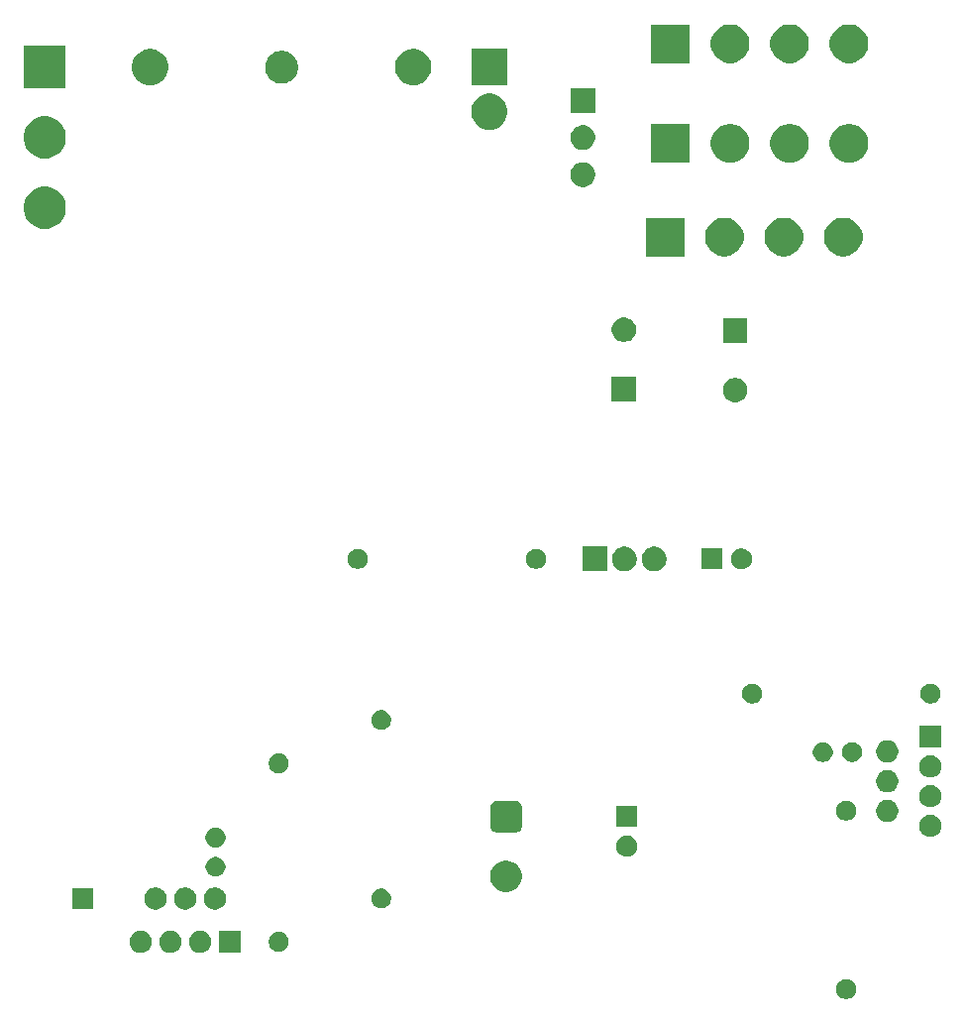
<source format=gbr>
G04 #@! TF.GenerationSoftware,KiCad,Pcbnew,(5.1.5)-3*
G04 #@! TF.CreationDate,2020-11-09T22:39:24-05:00*
G04 #@! TF.ProjectId,BridgeRectifier,42726964-6765-4526-9563-746966696572,rev?*
G04 #@! TF.SameCoordinates,Original*
G04 #@! TF.FileFunction,Soldermask,Bot*
G04 #@! TF.FilePolarity,Negative*
%FSLAX46Y46*%
G04 Gerber Fmt 4.6, Leading zero omitted, Abs format (unit mm)*
G04 Created by KiCad (PCBNEW (5.1.5)-3) date 2020-11-09 22:39:24*
%MOMM*%
%LPD*%
G04 APERTURE LIST*
%ADD10C,0.100000*%
G04 APERTURE END LIST*
D10*
G36*
X160748228Y-136921703D02*
G01*
X160903100Y-136985853D01*
X161042481Y-137078985D01*
X161161015Y-137197519D01*
X161254147Y-137336900D01*
X161318297Y-137491772D01*
X161351000Y-137656184D01*
X161351000Y-137823816D01*
X161318297Y-137988228D01*
X161254147Y-138143100D01*
X161161015Y-138282481D01*
X161042481Y-138401015D01*
X160903100Y-138494147D01*
X160748228Y-138558297D01*
X160583816Y-138591000D01*
X160416184Y-138591000D01*
X160251772Y-138558297D01*
X160096900Y-138494147D01*
X159957519Y-138401015D01*
X159838985Y-138282481D01*
X159745853Y-138143100D01*
X159681703Y-137988228D01*
X159649000Y-137823816D01*
X159649000Y-137656184D01*
X159681703Y-137491772D01*
X159745853Y-137336900D01*
X159838985Y-137197519D01*
X159957519Y-137078985D01*
X160096900Y-136985853D01*
X160251772Y-136921703D01*
X160416184Y-136889000D01*
X160583816Y-136889000D01*
X160748228Y-136921703D01*
G37*
G36*
X108761000Y-134651000D02*
G01*
X106859000Y-134651000D01*
X106859000Y-132749000D01*
X108761000Y-132749000D01*
X108761000Y-134651000D01*
G37*
G36*
X105547395Y-132785546D02*
G01*
X105720466Y-132857234D01*
X105720467Y-132857235D01*
X105876227Y-132961310D01*
X106008690Y-133093773D01*
X106051284Y-133157520D01*
X106112766Y-133249534D01*
X106184454Y-133422605D01*
X106221000Y-133606333D01*
X106221000Y-133793667D01*
X106184454Y-133977395D01*
X106112766Y-134150466D01*
X106112765Y-134150467D01*
X106008690Y-134306227D01*
X105876227Y-134438690D01*
X105853092Y-134454148D01*
X105720466Y-134542766D01*
X105547395Y-134614454D01*
X105363667Y-134651000D01*
X105176333Y-134651000D01*
X104992605Y-134614454D01*
X104819534Y-134542766D01*
X104686908Y-134454148D01*
X104663773Y-134438690D01*
X104531310Y-134306227D01*
X104427235Y-134150467D01*
X104427234Y-134150466D01*
X104355546Y-133977395D01*
X104319000Y-133793667D01*
X104319000Y-133606333D01*
X104355546Y-133422605D01*
X104427234Y-133249534D01*
X104488716Y-133157520D01*
X104531310Y-133093773D01*
X104663773Y-132961310D01*
X104819533Y-132857235D01*
X104819534Y-132857234D01*
X104992605Y-132785546D01*
X105176333Y-132749000D01*
X105363667Y-132749000D01*
X105547395Y-132785546D01*
G37*
G36*
X100467395Y-132785546D02*
G01*
X100640466Y-132857234D01*
X100640467Y-132857235D01*
X100796227Y-132961310D01*
X100928690Y-133093773D01*
X100971284Y-133157520D01*
X101032766Y-133249534D01*
X101104454Y-133422605D01*
X101141000Y-133606333D01*
X101141000Y-133793667D01*
X101104454Y-133977395D01*
X101032766Y-134150466D01*
X101032765Y-134150467D01*
X100928690Y-134306227D01*
X100796227Y-134438690D01*
X100773092Y-134454148D01*
X100640466Y-134542766D01*
X100467395Y-134614454D01*
X100283667Y-134651000D01*
X100096333Y-134651000D01*
X99912605Y-134614454D01*
X99739534Y-134542766D01*
X99606908Y-134454148D01*
X99583773Y-134438690D01*
X99451310Y-134306227D01*
X99347235Y-134150467D01*
X99347234Y-134150466D01*
X99275546Y-133977395D01*
X99239000Y-133793667D01*
X99239000Y-133606333D01*
X99275546Y-133422605D01*
X99347234Y-133249534D01*
X99408716Y-133157520D01*
X99451310Y-133093773D01*
X99583773Y-132961310D01*
X99739533Y-132857235D01*
X99739534Y-132857234D01*
X99912605Y-132785546D01*
X100096333Y-132749000D01*
X100283667Y-132749000D01*
X100467395Y-132785546D01*
G37*
G36*
X103007395Y-132785546D02*
G01*
X103180466Y-132857234D01*
X103180467Y-132857235D01*
X103336227Y-132961310D01*
X103468690Y-133093773D01*
X103511284Y-133157520D01*
X103572766Y-133249534D01*
X103644454Y-133422605D01*
X103681000Y-133606333D01*
X103681000Y-133793667D01*
X103644454Y-133977395D01*
X103572766Y-134150466D01*
X103572765Y-134150467D01*
X103468690Y-134306227D01*
X103336227Y-134438690D01*
X103313092Y-134454148D01*
X103180466Y-134542766D01*
X103007395Y-134614454D01*
X102823667Y-134651000D01*
X102636333Y-134651000D01*
X102452605Y-134614454D01*
X102279534Y-134542766D01*
X102146908Y-134454148D01*
X102123773Y-134438690D01*
X101991310Y-134306227D01*
X101887235Y-134150467D01*
X101887234Y-134150466D01*
X101815546Y-133977395D01*
X101779000Y-133793667D01*
X101779000Y-133606333D01*
X101815546Y-133422605D01*
X101887234Y-133249534D01*
X101948716Y-133157520D01*
X101991310Y-133093773D01*
X102123773Y-132961310D01*
X102279533Y-132857235D01*
X102279534Y-132857234D01*
X102452605Y-132785546D01*
X102636333Y-132749000D01*
X102823667Y-132749000D01*
X103007395Y-132785546D01*
G37*
G36*
X112248228Y-132881703D02*
G01*
X112403100Y-132945853D01*
X112542481Y-133038985D01*
X112661015Y-133157519D01*
X112754147Y-133296900D01*
X112818297Y-133451772D01*
X112851000Y-133616184D01*
X112851000Y-133783816D01*
X112818297Y-133948228D01*
X112754147Y-134103100D01*
X112661015Y-134242481D01*
X112542481Y-134361015D01*
X112403100Y-134454147D01*
X112248228Y-134518297D01*
X112083816Y-134551000D01*
X111916184Y-134551000D01*
X111751772Y-134518297D01*
X111596900Y-134454147D01*
X111457519Y-134361015D01*
X111338985Y-134242481D01*
X111245853Y-134103100D01*
X111181703Y-133948228D01*
X111149000Y-133783816D01*
X111149000Y-133616184D01*
X111181703Y-133451772D01*
X111245853Y-133296900D01*
X111338985Y-133157519D01*
X111457519Y-133038985D01*
X111596900Y-132945853D01*
X111751772Y-132881703D01*
X111916184Y-132849000D01*
X112083816Y-132849000D01*
X112248228Y-132881703D01*
G37*
G36*
X101737395Y-129085546D02*
G01*
X101910466Y-129157234D01*
X101910467Y-129157235D01*
X102066227Y-129261310D01*
X102198690Y-129393773D01*
X102241284Y-129457520D01*
X102302766Y-129549534D01*
X102374454Y-129722605D01*
X102411000Y-129906333D01*
X102411000Y-130093667D01*
X102374454Y-130277395D01*
X102302766Y-130450466D01*
X102302765Y-130450467D01*
X102198690Y-130606227D01*
X102066227Y-130738690D01*
X102043092Y-130754148D01*
X101910466Y-130842766D01*
X101737395Y-130914454D01*
X101553667Y-130951000D01*
X101366333Y-130951000D01*
X101182605Y-130914454D01*
X101009534Y-130842766D01*
X100876908Y-130754148D01*
X100853773Y-130738690D01*
X100721310Y-130606227D01*
X100617235Y-130450467D01*
X100617234Y-130450466D01*
X100545546Y-130277395D01*
X100509000Y-130093667D01*
X100509000Y-129906333D01*
X100545546Y-129722605D01*
X100617234Y-129549534D01*
X100678716Y-129457520D01*
X100721310Y-129393773D01*
X100853773Y-129261310D01*
X101009533Y-129157235D01*
X101009534Y-129157234D01*
X101182605Y-129085546D01*
X101366333Y-129049000D01*
X101553667Y-129049000D01*
X101737395Y-129085546D01*
G37*
G36*
X104277395Y-129085546D02*
G01*
X104450466Y-129157234D01*
X104450467Y-129157235D01*
X104606227Y-129261310D01*
X104738690Y-129393773D01*
X104781284Y-129457520D01*
X104842766Y-129549534D01*
X104914454Y-129722605D01*
X104951000Y-129906333D01*
X104951000Y-130093667D01*
X104914454Y-130277395D01*
X104842766Y-130450466D01*
X104842765Y-130450467D01*
X104738690Y-130606227D01*
X104606227Y-130738690D01*
X104583092Y-130754148D01*
X104450466Y-130842766D01*
X104277395Y-130914454D01*
X104093667Y-130951000D01*
X103906333Y-130951000D01*
X103722605Y-130914454D01*
X103549534Y-130842766D01*
X103416908Y-130754148D01*
X103393773Y-130738690D01*
X103261310Y-130606227D01*
X103157235Y-130450467D01*
X103157234Y-130450466D01*
X103085546Y-130277395D01*
X103049000Y-130093667D01*
X103049000Y-129906333D01*
X103085546Y-129722605D01*
X103157234Y-129549534D01*
X103218716Y-129457520D01*
X103261310Y-129393773D01*
X103393773Y-129261310D01*
X103549533Y-129157235D01*
X103549534Y-129157234D01*
X103722605Y-129085546D01*
X103906333Y-129049000D01*
X104093667Y-129049000D01*
X104277395Y-129085546D01*
G37*
G36*
X106817395Y-129085546D02*
G01*
X106990466Y-129157234D01*
X106990467Y-129157235D01*
X107146227Y-129261310D01*
X107278690Y-129393773D01*
X107321284Y-129457520D01*
X107382766Y-129549534D01*
X107454454Y-129722605D01*
X107491000Y-129906333D01*
X107491000Y-130093667D01*
X107454454Y-130277395D01*
X107382766Y-130450466D01*
X107382765Y-130450467D01*
X107278690Y-130606227D01*
X107146227Y-130738690D01*
X107123092Y-130754148D01*
X106990466Y-130842766D01*
X106817395Y-130914454D01*
X106633667Y-130951000D01*
X106446333Y-130951000D01*
X106262605Y-130914454D01*
X106089534Y-130842766D01*
X105956908Y-130754148D01*
X105933773Y-130738690D01*
X105801310Y-130606227D01*
X105697235Y-130450467D01*
X105697234Y-130450466D01*
X105625546Y-130277395D01*
X105589000Y-130093667D01*
X105589000Y-129906333D01*
X105625546Y-129722605D01*
X105697234Y-129549534D01*
X105758716Y-129457520D01*
X105801310Y-129393773D01*
X105933773Y-129261310D01*
X106089533Y-129157235D01*
X106089534Y-129157234D01*
X106262605Y-129085546D01*
X106446333Y-129049000D01*
X106633667Y-129049000D01*
X106817395Y-129085546D01*
G37*
G36*
X96151000Y-130901000D02*
G01*
X94349000Y-130901000D01*
X94349000Y-129099000D01*
X96151000Y-129099000D01*
X96151000Y-130901000D01*
G37*
G36*
X120998228Y-129181703D02*
G01*
X121153100Y-129245853D01*
X121292481Y-129338985D01*
X121411015Y-129457519D01*
X121504147Y-129596900D01*
X121568297Y-129751772D01*
X121601000Y-129916184D01*
X121601000Y-130083816D01*
X121568297Y-130248228D01*
X121504147Y-130403100D01*
X121411015Y-130542481D01*
X121292481Y-130661015D01*
X121153100Y-130754147D01*
X120998228Y-130818297D01*
X120833816Y-130851000D01*
X120666184Y-130851000D01*
X120501772Y-130818297D01*
X120346900Y-130754147D01*
X120207519Y-130661015D01*
X120088985Y-130542481D01*
X119995853Y-130403100D01*
X119931703Y-130248228D01*
X119899000Y-130083816D01*
X119899000Y-129916184D01*
X119931703Y-129751772D01*
X119995853Y-129596900D01*
X120088985Y-129457519D01*
X120207519Y-129338985D01*
X120346900Y-129245853D01*
X120501772Y-129181703D01*
X120666184Y-129149000D01*
X120833816Y-129149000D01*
X120998228Y-129181703D01*
G37*
G36*
X131824072Y-126800918D02*
G01*
X132055802Y-126896903D01*
X132069939Y-126902759D01*
X132181328Y-126977187D01*
X132291211Y-127050609D01*
X132479391Y-127238789D01*
X132627242Y-127460063D01*
X132729082Y-127705928D01*
X132781000Y-127966937D01*
X132781000Y-128233063D01*
X132729082Y-128494072D01*
X132627242Y-128739937D01*
X132479391Y-128961211D01*
X132291211Y-129149391D01*
X132242853Y-129181703D01*
X132069939Y-129297241D01*
X132069938Y-129297242D01*
X132069937Y-129297242D01*
X131824072Y-129399082D01*
X131563063Y-129451000D01*
X131296937Y-129451000D01*
X131035928Y-129399082D01*
X130790063Y-129297242D01*
X130790062Y-129297242D01*
X130790061Y-129297241D01*
X130617147Y-129181703D01*
X130568789Y-129149391D01*
X130380609Y-128961211D01*
X130232758Y-128739937D01*
X130130918Y-128494072D01*
X130079000Y-128233063D01*
X130079000Y-127966937D01*
X130130918Y-127705928D01*
X130232758Y-127460063D01*
X130380609Y-127238789D01*
X130568789Y-127050609D01*
X130678672Y-126977187D01*
X130790061Y-126902759D01*
X130804199Y-126896903D01*
X131035928Y-126800918D01*
X131296937Y-126749000D01*
X131563063Y-126749000D01*
X131824072Y-126800918D01*
G37*
G36*
X106848228Y-126481703D02*
G01*
X107003100Y-126545853D01*
X107142481Y-126638985D01*
X107261015Y-126757519D01*
X107354147Y-126896900D01*
X107418297Y-127051772D01*
X107451000Y-127216184D01*
X107451000Y-127383816D01*
X107418297Y-127548228D01*
X107354147Y-127703100D01*
X107261015Y-127842481D01*
X107142481Y-127961015D01*
X107003100Y-128054147D01*
X106848228Y-128118297D01*
X106683816Y-128151000D01*
X106516184Y-128151000D01*
X106351772Y-128118297D01*
X106196900Y-128054147D01*
X106057519Y-127961015D01*
X105938985Y-127842481D01*
X105845853Y-127703100D01*
X105781703Y-127548228D01*
X105749000Y-127383816D01*
X105749000Y-127216184D01*
X105781703Y-127051772D01*
X105845853Y-126896900D01*
X105938985Y-126757519D01*
X106057519Y-126638985D01*
X106196900Y-126545853D01*
X106351772Y-126481703D01*
X106516184Y-126449000D01*
X106683816Y-126449000D01*
X106848228Y-126481703D01*
G37*
G36*
X141863512Y-124643927D02*
G01*
X142012812Y-124673624D01*
X142176784Y-124741544D01*
X142324354Y-124840147D01*
X142449853Y-124965646D01*
X142548456Y-125113216D01*
X142616376Y-125277188D01*
X142651000Y-125451259D01*
X142651000Y-125628741D01*
X142616376Y-125802812D01*
X142548456Y-125966784D01*
X142449853Y-126114354D01*
X142324354Y-126239853D01*
X142176784Y-126338456D01*
X142012812Y-126406376D01*
X141863512Y-126436073D01*
X141838742Y-126441000D01*
X141661258Y-126441000D01*
X141636488Y-126436073D01*
X141487188Y-126406376D01*
X141323216Y-126338456D01*
X141175646Y-126239853D01*
X141050147Y-126114354D01*
X140951544Y-125966784D01*
X140883624Y-125802812D01*
X140849000Y-125628741D01*
X140849000Y-125451259D01*
X140883624Y-125277188D01*
X140951544Y-125113216D01*
X141050147Y-124965646D01*
X141175646Y-124840147D01*
X141323216Y-124741544D01*
X141487188Y-124673624D01*
X141636488Y-124643927D01*
X141661258Y-124639000D01*
X141838742Y-124639000D01*
X141863512Y-124643927D01*
G37*
G36*
X106848228Y-123981703D02*
G01*
X107003100Y-124045853D01*
X107142481Y-124138985D01*
X107261015Y-124257519D01*
X107354147Y-124396900D01*
X107418297Y-124551772D01*
X107451000Y-124716184D01*
X107451000Y-124883816D01*
X107418297Y-125048228D01*
X107354147Y-125203100D01*
X107261015Y-125342481D01*
X107142481Y-125461015D01*
X107003100Y-125554147D01*
X106848228Y-125618297D01*
X106683816Y-125651000D01*
X106516184Y-125651000D01*
X106351772Y-125618297D01*
X106196900Y-125554147D01*
X106057519Y-125461015D01*
X105938985Y-125342481D01*
X105845853Y-125203100D01*
X105781703Y-125048228D01*
X105749000Y-124883816D01*
X105749000Y-124716184D01*
X105781703Y-124551772D01*
X105845853Y-124396900D01*
X105938985Y-124257519D01*
X106057519Y-124138985D01*
X106196900Y-124045853D01*
X106351772Y-123981703D01*
X106516184Y-123949000D01*
X106683816Y-123949000D01*
X106848228Y-123981703D01*
G37*
G36*
X167977395Y-122895546D02*
G01*
X168150466Y-122967234D01*
X168227818Y-123018919D01*
X168306227Y-123071310D01*
X168438690Y-123203773D01*
X168438691Y-123203775D01*
X168542766Y-123359534D01*
X168614454Y-123532605D01*
X168651000Y-123716333D01*
X168651000Y-123903667D01*
X168614454Y-124087395D01*
X168542766Y-124260466D01*
X168500461Y-124323780D01*
X168438690Y-124416227D01*
X168306227Y-124548690D01*
X168301614Y-124551772D01*
X168150466Y-124652766D01*
X167977395Y-124724454D01*
X167793667Y-124761000D01*
X167606333Y-124761000D01*
X167422605Y-124724454D01*
X167249534Y-124652766D01*
X167098386Y-124551772D01*
X167093773Y-124548690D01*
X166961310Y-124416227D01*
X166899539Y-124323780D01*
X166857234Y-124260466D01*
X166785546Y-124087395D01*
X166749000Y-123903667D01*
X166749000Y-123716333D01*
X166785546Y-123532605D01*
X166857234Y-123359534D01*
X166961309Y-123203775D01*
X166961310Y-123203773D01*
X167093773Y-123071310D01*
X167172182Y-123018919D01*
X167249534Y-122967234D01*
X167422605Y-122895546D01*
X167606333Y-122859000D01*
X167793667Y-122859000D01*
X167977395Y-122895546D01*
G37*
G36*
X132287473Y-121681371D02*
G01*
X132402353Y-121716220D01*
X132508228Y-121772811D01*
X132601029Y-121848971D01*
X132677189Y-121941772D01*
X132733780Y-122047647D01*
X132768629Y-122162527D01*
X132781000Y-122288140D01*
X132781000Y-123751860D01*
X132768629Y-123877473D01*
X132733780Y-123992353D01*
X132677189Y-124098228D01*
X132601029Y-124191029D01*
X132508228Y-124267189D01*
X132402353Y-124323780D01*
X132287473Y-124358629D01*
X132161860Y-124371000D01*
X130698140Y-124371000D01*
X130572527Y-124358629D01*
X130457647Y-124323780D01*
X130351772Y-124267189D01*
X130258971Y-124191029D01*
X130182811Y-124098228D01*
X130126220Y-123992353D01*
X130091371Y-123877473D01*
X130079000Y-123751860D01*
X130079000Y-122288140D01*
X130091371Y-122162527D01*
X130126220Y-122047647D01*
X130182811Y-121941772D01*
X130258971Y-121848971D01*
X130351772Y-121772811D01*
X130457647Y-121716220D01*
X130572527Y-121681371D01*
X130698140Y-121669000D01*
X132161860Y-121669000D01*
X132287473Y-121681371D01*
G37*
G36*
X142651000Y-123901000D02*
G01*
X140849000Y-123901000D01*
X140849000Y-122099000D01*
X142651000Y-122099000D01*
X142651000Y-123901000D01*
G37*
G36*
X164277395Y-121625546D02*
G01*
X164450466Y-121697234D01*
X164523228Y-121745852D01*
X164606227Y-121801310D01*
X164738690Y-121933773D01*
X164754556Y-121957519D01*
X164842766Y-122089534D01*
X164914454Y-122262605D01*
X164951000Y-122446333D01*
X164951000Y-122633667D01*
X164914454Y-122817395D01*
X164842766Y-122990466D01*
X164842765Y-122990467D01*
X164738690Y-123146227D01*
X164606227Y-123278690D01*
X164546954Y-123318295D01*
X164450466Y-123382766D01*
X164277395Y-123454454D01*
X164093667Y-123491000D01*
X163906333Y-123491000D01*
X163722605Y-123454454D01*
X163549534Y-123382766D01*
X163453046Y-123318295D01*
X163393773Y-123278690D01*
X163261310Y-123146227D01*
X163157235Y-122990467D01*
X163157234Y-122990466D01*
X163085546Y-122817395D01*
X163049000Y-122633667D01*
X163049000Y-122446333D01*
X163085546Y-122262605D01*
X163157234Y-122089534D01*
X163245444Y-121957519D01*
X163261310Y-121933773D01*
X163393773Y-121801310D01*
X163476772Y-121745852D01*
X163549534Y-121697234D01*
X163722605Y-121625546D01*
X163906333Y-121589000D01*
X164093667Y-121589000D01*
X164277395Y-121625546D01*
G37*
G36*
X160748228Y-121681703D02*
G01*
X160903100Y-121745853D01*
X161042481Y-121838985D01*
X161161015Y-121957519D01*
X161254147Y-122096900D01*
X161318297Y-122251772D01*
X161351000Y-122416184D01*
X161351000Y-122583816D01*
X161318297Y-122748228D01*
X161254147Y-122903100D01*
X161161015Y-123042481D01*
X161042481Y-123161015D01*
X160903100Y-123254147D01*
X160748228Y-123318297D01*
X160583816Y-123351000D01*
X160416184Y-123351000D01*
X160251772Y-123318297D01*
X160096900Y-123254147D01*
X159957519Y-123161015D01*
X159838985Y-123042481D01*
X159745853Y-122903100D01*
X159681703Y-122748228D01*
X159649000Y-122583816D01*
X159649000Y-122416184D01*
X159681703Y-122251772D01*
X159745853Y-122096900D01*
X159838985Y-121957519D01*
X159957519Y-121838985D01*
X160096900Y-121745853D01*
X160251772Y-121681703D01*
X160416184Y-121649000D01*
X160583816Y-121649000D01*
X160748228Y-121681703D01*
G37*
G36*
X167977395Y-120355546D02*
G01*
X168150466Y-120427234D01*
X168227818Y-120478919D01*
X168306227Y-120531310D01*
X168438690Y-120663773D01*
X168438691Y-120663775D01*
X168542766Y-120819534D01*
X168614454Y-120992605D01*
X168651000Y-121176333D01*
X168651000Y-121363667D01*
X168614454Y-121547395D01*
X168542766Y-121720466D01*
X168525803Y-121745853D01*
X168438690Y-121876227D01*
X168306227Y-122008690D01*
X168247923Y-122047647D01*
X168150466Y-122112766D01*
X167977395Y-122184454D01*
X167793667Y-122221000D01*
X167606333Y-122221000D01*
X167422605Y-122184454D01*
X167249534Y-122112766D01*
X167152077Y-122047647D01*
X167093773Y-122008690D01*
X166961310Y-121876227D01*
X166874197Y-121745853D01*
X166857234Y-121720466D01*
X166785546Y-121547395D01*
X166749000Y-121363667D01*
X166749000Y-121176333D01*
X166785546Y-120992605D01*
X166857234Y-120819534D01*
X166961309Y-120663775D01*
X166961310Y-120663773D01*
X167093773Y-120531310D01*
X167172182Y-120478919D01*
X167249534Y-120427234D01*
X167422605Y-120355546D01*
X167606333Y-120319000D01*
X167793667Y-120319000D01*
X167977395Y-120355546D01*
G37*
G36*
X164277395Y-119085546D02*
G01*
X164450466Y-119157234D01*
X164527818Y-119208919D01*
X164606227Y-119261310D01*
X164738690Y-119393773D01*
X164738691Y-119393775D01*
X164842766Y-119549534D01*
X164914454Y-119722605D01*
X164951000Y-119906333D01*
X164951000Y-120093667D01*
X164914454Y-120277395D01*
X164842766Y-120450466D01*
X164842765Y-120450467D01*
X164738690Y-120606227D01*
X164606227Y-120738690D01*
X164527818Y-120791081D01*
X164450466Y-120842766D01*
X164277395Y-120914454D01*
X164093667Y-120951000D01*
X163906333Y-120951000D01*
X163722605Y-120914454D01*
X163549534Y-120842766D01*
X163472182Y-120791081D01*
X163393773Y-120738690D01*
X163261310Y-120606227D01*
X163157235Y-120450467D01*
X163157234Y-120450466D01*
X163085546Y-120277395D01*
X163049000Y-120093667D01*
X163049000Y-119906333D01*
X163085546Y-119722605D01*
X163157234Y-119549534D01*
X163261309Y-119393775D01*
X163261310Y-119393773D01*
X163393773Y-119261310D01*
X163472182Y-119208919D01*
X163549534Y-119157234D01*
X163722605Y-119085546D01*
X163906333Y-119049000D01*
X164093667Y-119049000D01*
X164277395Y-119085546D01*
G37*
G36*
X167977395Y-117815546D02*
G01*
X168150466Y-117887234D01*
X168195792Y-117917520D01*
X168306227Y-117991310D01*
X168438690Y-118123773D01*
X168438691Y-118123775D01*
X168542766Y-118279534D01*
X168614454Y-118452605D01*
X168651000Y-118636333D01*
X168651000Y-118823667D01*
X168614454Y-119007395D01*
X168542766Y-119180466D01*
X168542765Y-119180467D01*
X168438690Y-119336227D01*
X168306227Y-119468690D01*
X168227818Y-119521081D01*
X168150466Y-119572766D01*
X167977395Y-119644454D01*
X167793667Y-119681000D01*
X167606333Y-119681000D01*
X167422605Y-119644454D01*
X167249534Y-119572766D01*
X167172182Y-119521081D01*
X167093773Y-119468690D01*
X166961310Y-119336227D01*
X166857235Y-119180467D01*
X166857234Y-119180466D01*
X166785546Y-119007395D01*
X166749000Y-118823667D01*
X166749000Y-118636333D01*
X166785546Y-118452605D01*
X166857234Y-118279534D01*
X166961309Y-118123775D01*
X166961310Y-118123773D01*
X167093773Y-117991310D01*
X167204208Y-117917520D01*
X167249534Y-117887234D01*
X167422605Y-117815546D01*
X167606333Y-117779000D01*
X167793667Y-117779000D01*
X167977395Y-117815546D01*
G37*
G36*
X112248228Y-117641703D02*
G01*
X112403100Y-117705853D01*
X112542481Y-117798985D01*
X112661015Y-117917519D01*
X112754147Y-118056900D01*
X112818297Y-118211772D01*
X112851000Y-118376184D01*
X112851000Y-118543816D01*
X112818297Y-118708228D01*
X112754147Y-118863100D01*
X112661015Y-119002481D01*
X112542481Y-119121015D01*
X112403100Y-119214147D01*
X112248228Y-119278297D01*
X112083816Y-119311000D01*
X111916184Y-119311000D01*
X111751772Y-119278297D01*
X111596900Y-119214147D01*
X111457519Y-119121015D01*
X111338985Y-119002481D01*
X111245853Y-118863100D01*
X111181703Y-118708228D01*
X111149000Y-118543816D01*
X111149000Y-118376184D01*
X111181703Y-118211772D01*
X111245853Y-118056900D01*
X111338985Y-117917519D01*
X111457519Y-117798985D01*
X111596900Y-117705853D01*
X111751772Y-117641703D01*
X111916184Y-117609000D01*
X112083816Y-117609000D01*
X112248228Y-117641703D01*
G37*
G36*
X164277395Y-116545546D02*
G01*
X164450466Y-116617234D01*
X164450467Y-116617235D01*
X164606227Y-116721310D01*
X164738690Y-116853773D01*
X164738691Y-116853775D01*
X164842766Y-117009534D01*
X164914454Y-117182605D01*
X164951000Y-117366333D01*
X164951000Y-117553667D01*
X164914454Y-117737395D01*
X164842766Y-117910466D01*
X164791081Y-117987818D01*
X164738690Y-118066227D01*
X164606227Y-118198690D01*
X164586648Y-118211772D01*
X164450466Y-118302766D01*
X164277395Y-118374454D01*
X164093667Y-118411000D01*
X163906333Y-118411000D01*
X163722605Y-118374454D01*
X163549534Y-118302766D01*
X163413352Y-118211772D01*
X163393773Y-118198690D01*
X163261310Y-118066227D01*
X163208919Y-117987818D01*
X163157234Y-117910466D01*
X163085546Y-117737395D01*
X163049000Y-117553667D01*
X163049000Y-117366333D01*
X163085546Y-117182605D01*
X163157234Y-117009534D01*
X163261309Y-116853775D01*
X163261310Y-116853773D01*
X163393773Y-116721310D01*
X163549533Y-116617235D01*
X163549534Y-116617234D01*
X163722605Y-116545546D01*
X163906333Y-116509000D01*
X164093667Y-116509000D01*
X164277395Y-116545546D01*
G37*
G36*
X158748228Y-116681703D02*
G01*
X158903100Y-116745853D01*
X159042481Y-116838985D01*
X159161015Y-116957519D01*
X159254147Y-117096900D01*
X159318297Y-117251772D01*
X159351000Y-117416184D01*
X159351000Y-117583816D01*
X159318297Y-117748228D01*
X159254147Y-117903100D01*
X159161015Y-118042481D01*
X159042481Y-118161015D01*
X158903100Y-118254147D01*
X158748228Y-118318297D01*
X158583816Y-118351000D01*
X158416184Y-118351000D01*
X158251772Y-118318297D01*
X158096900Y-118254147D01*
X157957519Y-118161015D01*
X157838985Y-118042481D01*
X157745853Y-117903100D01*
X157681703Y-117748228D01*
X157649000Y-117583816D01*
X157649000Y-117416184D01*
X157681703Y-117251772D01*
X157745853Y-117096900D01*
X157838985Y-116957519D01*
X157957519Y-116838985D01*
X158096900Y-116745853D01*
X158251772Y-116681703D01*
X158416184Y-116649000D01*
X158583816Y-116649000D01*
X158748228Y-116681703D01*
G37*
G36*
X161248228Y-116681703D02*
G01*
X161403100Y-116745853D01*
X161542481Y-116838985D01*
X161661015Y-116957519D01*
X161754147Y-117096900D01*
X161818297Y-117251772D01*
X161851000Y-117416184D01*
X161851000Y-117583816D01*
X161818297Y-117748228D01*
X161754147Y-117903100D01*
X161661015Y-118042481D01*
X161542481Y-118161015D01*
X161403100Y-118254147D01*
X161248228Y-118318297D01*
X161083816Y-118351000D01*
X160916184Y-118351000D01*
X160751772Y-118318297D01*
X160596900Y-118254147D01*
X160457519Y-118161015D01*
X160338985Y-118042481D01*
X160245853Y-117903100D01*
X160181703Y-117748228D01*
X160149000Y-117583816D01*
X160149000Y-117416184D01*
X160181703Y-117251772D01*
X160245853Y-117096900D01*
X160338985Y-116957519D01*
X160457519Y-116838985D01*
X160596900Y-116745853D01*
X160751772Y-116681703D01*
X160916184Y-116649000D01*
X161083816Y-116649000D01*
X161248228Y-116681703D01*
G37*
G36*
X168651000Y-117141000D02*
G01*
X166749000Y-117141000D01*
X166749000Y-115239000D01*
X168651000Y-115239000D01*
X168651000Y-117141000D01*
G37*
G36*
X120998228Y-113941703D02*
G01*
X121153100Y-114005853D01*
X121292481Y-114098985D01*
X121411015Y-114217519D01*
X121504147Y-114356900D01*
X121568297Y-114511772D01*
X121601000Y-114676184D01*
X121601000Y-114843816D01*
X121568297Y-115008228D01*
X121504147Y-115163100D01*
X121411015Y-115302481D01*
X121292481Y-115421015D01*
X121153100Y-115514147D01*
X120998228Y-115578297D01*
X120833816Y-115611000D01*
X120666184Y-115611000D01*
X120501772Y-115578297D01*
X120346900Y-115514147D01*
X120207519Y-115421015D01*
X120088985Y-115302481D01*
X119995853Y-115163100D01*
X119931703Y-115008228D01*
X119899000Y-114843816D01*
X119899000Y-114676184D01*
X119931703Y-114511772D01*
X119995853Y-114356900D01*
X120088985Y-114217519D01*
X120207519Y-114098985D01*
X120346900Y-114005853D01*
X120501772Y-113941703D01*
X120666184Y-113909000D01*
X120833816Y-113909000D01*
X120998228Y-113941703D01*
G37*
G36*
X152708228Y-111681703D02*
G01*
X152863100Y-111745853D01*
X153002481Y-111838985D01*
X153121015Y-111957519D01*
X153214147Y-112096900D01*
X153278297Y-112251772D01*
X153311000Y-112416184D01*
X153311000Y-112583816D01*
X153278297Y-112748228D01*
X153214147Y-112903100D01*
X153121015Y-113042481D01*
X153002481Y-113161015D01*
X152863100Y-113254147D01*
X152708228Y-113318297D01*
X152543816Y-113351000D01*
X152376184Y-113351000D01*
X152211772Y-113318297D01*
X152056900Y-113254147D01*
X151917519Y-113161015D01*
X151798985Y-113042481D01*
X151705853Y-112903100D01*
X151641703Y-112748228D01*
X151609000Y-112583816D01*
X151609000Y-112416184D01*
X151641703Y-112251772D01*
X151705853Y-112096900D01*
X151798985Y-111957519D01*
X151917519Y-111838985D01*
X152056900Y-111745853D01*
X152211772Y-111681703D01*
X152376184Y-111649000D01*
X152543816Y-111649000D01*
X152708228Y-111681703D01*
G37*
G36*
X167948228Y-111681703D02*
G01*
X168103100Y-111745853D01*
X168242481Y-111838985D01*
X168361015Y-111957519D01*
X168454147Y-112096900D01*
X168518297Y-112251772D01*
X168551000Y-112416184D01*
X168551000Y-112583816D01*
X168518297Y-112748228D01*
X168454147Y-112903100D01*
X168361015Y-113042481D01*
X168242481Y-113161015D01*
X168103100Y-113254147D01*
X167948228Y-113318297D01*
X167783816Y-113351000D01*
X167616184Y-113351000D01*
X167451772Y-113318297D01*
X167296900Y-113254147D01*
X167157519Y-113161015D01*
X167038985Y-113042481D01*
X166945853Y-112903100D01*
X166881703Y-112748228D01*
X166849000Y-112583816D01*
X166849000Y-112416184D01*
X166881703Y-112251772D01*
X166945853Y-112096900D01*
X167038985Y-111957519D01*
X167157519Y-111838985D01*
X167296900Y-111745853D01*
X167451772Y-111681703D01*
X167616184Y-111649000D01*
X167783816Y-111649000D01*
X167948228Y-111681703D01*
G37*
G36*
X144386564Y-99989389D02*
G01*
X144577833Y-100068615D01*
X144577835Y-100068616D01*
X144749973Y-100183635D01*
X144896365Y-100330027D01*
X144960256Y-100425646D01*
X145011385Y-100502167D01*
X145090611Y-100693436D01*
X145131000Y-100896484D01*
X145131000Y-101103516D01*
X145090611Y-101306564D01*
X145040815Y-101426782D01*
X145011384Y-101497835D01*
X144896365Y-101669973D01*
X144749973Y-101816365D01*
X144577835Y-101931384D01*
X144577834Y-101931385D01*
X144577833Y-101931385D01*
X144386564Y-102010611D01*
X144183516Y-102051000D01*
X143976484Y-102051000D01*
X143773436Y-102010611D01*
X143582167Y-101931385D01*
X143582166Y-101931385D01*
X143582165Y-101931384D01*
X143410027Y-101816365D01*
X143263635Y-101669973D01*
X143148616Y-101497835D01*
X143119185Y-101426782D01*
X143069389Y-101306564D01*
X143029000Y-101103516D01*
X143029000Y-100896484D01*
X143069389Y-100693436D01*
X143148615Y-100502167D01*
X143199745Y-100425646D01*
X143263635Y-100330027D01*
X143410027Y-100183635D01*
X143582165Y-100068616D01*
X143582167Y-100068615D01*
X143773436Y-99989389D01*
X143976484Y-99949000D01*
X144183516Y-99949000D01*
X144386564Y-99989389D01*
G37*
G36*
X141846564Y-99989389D02*
G01*
X142037833Y-100068615D01*
X142037835Y-100068616D01*
X142209973Y-100183635D01*
X142356365Y-100330027D01*
X142420256Y-100425646D01*
X142471385Y-100502167D01*
X142550611Y-100693436D01*
X142591000Y-100896484D01*
X142591000Y-101103516D01*
X142550611Y-101306564D01*
X142500815Y-101426782D01*
X142471384Y-101497835D01*
X142356365Y-101669973D01*
X142209973Y-101816365D01*
X142037835Y-101931384D01*
X142037834Y-101931385D01*
X142037833Y-101931385D01*
X141846564Y-102010611D01*
X141643516Y-102051000D01*
X141436484Y-102051000D01*
X141233436Y-102010611D01*
X141042167Y-101931385D01*
X141042166Y-101931385D01*
X141042165Y-101931384D01*
X140870027Y-101816365D01*
X140723635Y-101669973D01*
X140608616Y-101497835D01*
X140579185Y-101426782D01*
X140529389Y-101306564D01*
X140489000Y-101103516D01*
X140489000Y-100896484D01*
X140529389Y-100693436D01*
X140608615Y-100502167D01*
X140659745Y-100425646D01*
X140723635Y-100330027D01*
X140870027Y-100183635D01*
X141042165Y-100068616D01*
X141042167Y-100068615D01*
X141233436Y-99989389D01*
X141436484Y-99949000D01*
X141643516Y-99949000D01*
X141846564Y-99989389D01*
G37*
G36*
X140051000Y-102051000D02*
G01*
X137949000Y-102051000D01*
X137949000Y-99949000D01*
X140051000Y-99949000D01*
X140051000Y-102051000D01*
G37*
G36*
X149901000Y-101901000D02*
G01*
X148099000Y-101901000D01*
X148099000Y-100099000D01*
X149901000Y-100099000D01*
X149901000Y-101901000D01*
G37*
G36*
X151653512Y-100103927D02*
G01*
X151802812Y-100133624D01*
X151966784Y-100201544D01*
X152114354Y-100300147D01*
X152239853Y-100425646D01*
X152338456Y-100573216D01*
X152406376Y-100737188D01*
X152441000Y-100911259D01*
X152441000Y-101088741D01*
X152406376Y-101262812D01*
X152338456Y-101426784D01*
X152239853Y-101574354D01*
X152114354Y-101699853D01*
X151966784Y-101798456D01*
X151802812Y-101866376D01*
X151653512Y-101896073D01*
X151628742Y-101901000D01*
X151451258Y-101901000D01*
X151426488Y-101896073D01*
X151277188Y-101866376D01*
X151113216Y-101798456D01*
X150965646Y-101699853D01*
X150840147Y-101574354D01*
X150741544Y-101426784D01*
X150673624Y-101262812D01*
X150639000Y-101088741D01*
X150639000Y-100911259D01*
X150673624Y-100737188D01*
X150741544Y-100573216D01*
X150840147Y-100425646D01*
X150965646Y-100300147D01*
X151113216Y-100201544D01*
X151277188Y-100133624D01*
X151426488Y-100103927D01*
X151451258Y-100099000D01*
X151628742Y-100099000D01*
X151653512Y-100103927D01*
G37*
G36*
X119008228Y-100181703D02*
G01*
X119163100Y-100245853D01*
X119302481Y-100338985D01*
X119421015Y-100457519D01*
X119514147Y-100596900D01*
X119578297Y-100751772D01*
X119611000Y-100916184D01*
X119611000Y-101083816D01*
X119578297Y-101248228D01*
X119514147Y-101403100D01*
X119421015Y-101542481D01*
X119302481Y-101661015D01*
X119163100Y-101754147D01*
X119008228Y-101818297D01*
X118843816Y-101851000D01*
X118676184Y-101851000D01*
X118511772Y-101818297D01*
X118356900Y-101754147D01*
X118217519Y-101661015D01*
X118098985Y-101542481D01*
X118005853Y-101403100D01*
X117941703Y-101248228D01*
X117909000Y-101083816D01*
X117909000Y-100916184D01*
X117941703Y-100751772D01*
X118005853Y-100596900D01*
X118098985Y-100457519D01*
X118217519Y-100338985D01*
X118356900Y-100245853D01*
X118511772Y-100181703D01*
X118676184Y-100149000D01*
X118843816Y-100149000D01*
X119008228Y-100181703D01*
G37*
G36*
X134248228Y-100181703D02*
G01*
X134403100Y-100245853D01*
X134542481Y-100338985D01*
X134661015Y-100457519D01*
X134754147Y-100596900D01*
X134818297Y-100751772D01*
X134851000Y-100916184D01*
X134851000Y-101083816D01*
X134818297Y-101248228D01*
X134754147Y-101403100D01*
X134661015Y-101542481D01*
X134542481Y-101661015D01*
X134403100Y-101754147D01*
X134248228Y-101818297D01*
X134083816Y-101851000D01*
X133916184Y-101851000D01*
X133751772Y-101818297D01*
X133596900Y-101754147D01*
X133457519Y-101661015D01*
X133338985Y-101542481D01*
X133245853Y-101403100D01*
X133181703Y-101248228D01*
X133149000Y-101083816D01*
X133149000Y-100916184D01*
X133181703Y-100751772D01*
X133245853Y-100596900D01*
X133338985Y-100457519D01*
X133457519Y-100338985D01*
X133596900Y-100245853D01*
X133751772Y-100181703D01*
X133916184Y-100149000D01*
X134083816Y-100149000D01*
X134248228Y-100181703D01*
G37*
G36*
X151306564Y-85569389D02*
G01*
X151497833Y-85648615D01*
X151497835Y-85648616D01*
X151669973Y-85763635D01*
X151816365Y-85910027D01*
X151931385Y-86082167D01*
X152010611Y-86273436D01*
X152051000Y-86476484D01*
X152051000Y-86683516D01*
X152010611Y-86886564D01*
X151931385Y-87077833D01*
X151931384Y-87077835D01*
X151816365Y-87249973D01*
X151669973Y-87396365D01*
X151497835Y-87511384D01*
X151497834Y-87511385D01*
X151497833Y-87511385D01*
X151306564Y-87590611D01*
X151103516Y-87631000D01*
X150896484Y-87631000D01*
X150693436Y-87590611D01*
X150502167Y-87511385D01*
X150502166Y-87511385D01*
X150502165Y-87511384D01*
X150330027Y-87396365D01*
X150183635Y-87249973D01*
X150068616Y-87077835D01*
X150068615Y-87077833D01*
X149989389Y-86886564D01*
X149949000Y-86683516D01*
X149949000Y-86476484D01*
X149989389Y-86273436D01*
X150068615Y-86082167D01*
X150183635Y-85910027D01*
X150330027Y-85763635D01*
X150502165Y-85648616D01*
X150502167Y-85648615D01*
X150693436Y-85569389D01*
X150896484Y-85529000D01*
X151103516Y-85529000D01*
X151306564Y-85569389D01*
G37*
G36*
X142551000Y-87551000D02*
G01*
X140449000Y-87551000D01*
X140449000Y-85449000D01*
X142551000Y-85449000D01*
X142551000Y-87551000D01*
G37*
G36*
X152051000Y-82551000D02*
G01*
X149949000Y-82551000D01*
X149949000Y-80449000D01*
X152051000Y-80449000D01*
X152051000Y-82551000D01*
G37*
G36*
X141806564Y-80409389D02*
G01*
X141997833Y-80488615D01*
X141997835Y-80488616D01*
X142169973Y-80603635D01*
X142316365Y-80750027D01*
X142431385Y-80922167D01*
X142510611Y-81113436D01*
X142551000Y-81316484D01*
X142551000Y-81523516D01*
X142510611Y-81726564D01*
X142431385Y-81917833D01*
X142431384Y-81917835D01*
X142316365Y-82089973D01*
X142169973Y-82236365D01*
X141997835Y-82351384D01*
X141997834Y-82351385D01*
X141997833Y-82351385D01*
X141806564Y-82430611D01*
X141603516Y-82471000D01*
X141396484Y-82471000D01*
X141193436Y-82430611D01*
X141002167Y-82351385D01*
X141002166Y-82351385D01*
X141002165Y-82351384D01*
X140830027Y-82236365D01*
X140683635Y-82089973D01*
X140568616Y-81917835D01*
X140568615Y-81917833D01*
X140489389Y-81726564D01*
X140449000Y-81523516D01*
X140449000Y-81316484D01*
X140489389Y-81113436D01*
X140568615Y-80922167D01*
X140683635Y-80750027D01*
X140830027Y-80603635D01*
X141002165Y-80488616D01*
X141002167Y-80488615D01*
X141193436Y-80409389D01*
X141396484Y-80369000D01*
X141603516Y-80369000D01*
X141806564Y-80409389D01*
G37*
G36*
X150455256Y-71891298D02*
G01*
X150561579Y-71912447D01*
X150862042Y-72036903D01*
X151132451Y-72217585D01*
X151362415Y-72447549D01*
X151543097Y-72717958D01*
X151667553Y-73018421D01*
X151731000Y-73337391D01*
X151731000Y-73662609D01*
X151667553Y-73981579D01*
X151543097Y-74282042D01*
X151362415Y-74552451D01*
X151132451Y-74782415D01*
X150862042Y-74963097D01*
X150561579Y-75087553D01*
X150455256Y-75108702D01*
X150242611Y-75151000D01*
X149917389Y-75151000D01*
X149704744Y-75108702D01*
X149598421Y-75087553D01*
X149297958Y-74963097D01*
X149027549Y-74782415D01*
X148797585Y-74552451D01*
X148616903Y-74282042D01*
X148492447Y-73981579D01*
X148429000Y-73662609D01*
X148429000Y-73337391D01*
X148492447Y-73018421D01*
X148616903Y-72717958D01*
X148797585Y-72447549D01*
X149027549Y-72217585D01*
X149297958Y-72036903D01*
X149598421Y-71912447D01*
X149704744Y-71891298D01*
X149917389Y-71849000D01*
X150242611Y-71849000D01*
X150455256Y-71891298D01*
G37*
G36*
X146651000Y-75151000D02*
G01*
X143349000Y-75151000D01*
X143349000Y-71849000D01*
X146651000Y-71849000D01*
X146651000Y-75151000D01*
G37*
G36*
X160615256Y-71891298D02*
G01*
X160721579Y-71912447D01*
X161022042Y-72036903D01*
X161292451Y-72217585D01*
X161522415Y-72447549D01*
X161703097Y-72717958D01*
X161827553Y-73018421D01*
X161891000Y-73337391D01*
X161891000Y-73662609D01*
X161827553Y-73981579D01*
X161703097Y-74282042D01*
X161522415Y-74552451D01*
X161292451Y-74782415D01*
X161022042Y-74963097D01*
X160721579Y-75087553D01*
X160615256Y-75108702D01*
X160402611Y-75151000D01*
X160077389Y-75151000D01*
X159864744Y-75108702D01*
X159758421Y-75087553D01*
X159457958Y-74963097D01*
X159187549Y-74782415D01*
X158957585Y-74552451D01*
X158776903Y-74282042D01*
X158652447Y-73981579D01*
X158589000Y-73662609D01*
X158589000Y-73337391D01*
X158652447Y-73018421D01*
X158776903Y-72717958D01*
X158957585Y-72447549D01*
X159187549Y-72217585D01*
X159457958Y-72036903D01*
X159758421Y-71912447D01*
X159864744Y-71891298D01*
X160077389Y-71849000D01*
X160402611Y-71849000D01*
X160615256Y-71891298D01*
G37*
G36*
X155535256Y-71891298D02*
G01*
X155641579Y-71912447D01*
X155942042Y-72036903D01*
X156212451Y-72217585D01*
X156442415Y-72447549D01*
X156623097Y-72717958D01*
X156747553Y-73018421D01*
X156811000Y-73337391D01*
X156811000Y-73662609D01*
X156747553Y-73981579D01*
X156623097Y-74282042D01*
X156442415Y-74552451D01*
X156212451Y-74782415D01*
X155942042Y-74963097D01*
X155641579Y-75087553D01*
X155535256Y-75108702D01*
X155322611Y-75151000D01*
X154997389Y-75151000D01*
X154784744Y-75108702D01*
X154678421Y-75087553D01*
X154377958Y-74963097D01*
X154107549Y-74782415D01*
X153877585Y-74552451D01*
X153696903Y-74282042D01*
X153572447Y-73981579D01*
X153509000Y-73662609D01*
X153509000Y-73337391D01*
X153572447Y-73018421D01*
X153696903Y-72717958D01*
X153877585Y-72447549D01*
X154107549Y-72217585D01*
X154377958Y-72036903D01*
X154678421Y-71912447D01*
X154784744Y-71891298D01*
X154997389Y-71849000D01*
X155322611Y-71849000D01*
X155535256Y-71891298D01*
G37*
G36*
X92226905Y-69208789D02*
G01*
X92525350Y-69268153D01*
X92853122Y-69403921D01*
X93148109Y-69601025D01*
X93398975Y-69851891D01*
X93596079Y-70146878D01*
X93731847Y-70474650D01*
X93801060Y-70822611D01*
X93801060Y-71177389D01*
X93731847Y-71525350D01*
X93596079Y-71853122D01*
X93398975Y-72148109D01*
X93148109Y-72398975D01*
X92853122Y-72596079D01*
X92525350Y-72731847D01*
X92226905Y-72791211D01*
X92177390Y-72801060D01*
X91822610Y-72801060D01*
X91773095Y-72791211D01*
X91474650Y-72731847D01*
X91146878Y-72596079D01*
X90851891Y-72398975D01*
X90601025Y-72148109D01*
X90403921Y-71853122D01*
X90268153Y-71525350D01*
X90198940Y-71177389D01*
X90198940Y-70822611D01*
X90268153Y-70474650D01*
X90403921Y-70146878D01*
X90601025Y-69851891D01*
X90851891Y-69601025D01*
X91146878Y-69403921D01*
X91474650Y-69268153D01*
X91773095Y-69208789D01*
X91822610Y-69198940D01*
X92177390Y-69198940D01*
X92226905Y-69208789D01*
G37*
G36*
X138306416Y-67164879D02*
G01*
X138497592Y-67244067D01*
X138497594Y-67244068D01*
X138669648Y-67359031D01*
X138815969Y-67505352D01*
X138930933Y-67677408D01*
X139010121Y-67868584D01*
X139050490Y-68071534D01*
X139050490Y-68278466D01*
X139010121Y-68481416D01*
X138930933Y-68672592D01*
X138930932Y-68672594D01*
X138815969Y-68844648D01*
X138669648Y-68990969D01*
X138497594Y-69105932D01*
X138497593Y-69105933D01*
X138497592Y-69105933D01*
X138306416Y-69185121D01*
X138103466Y-69225490D01*
X137896534Y-69225490D01*
X137693584Y-69185121D01*
X137502408Y-69105933D01*
X137502407Y-69105933D01*
X137502406Y-69105932D01*
X137330352Y-68990969D01*
X137184031Y-68844648D01*
X137069068Y-68672594D01*
X137069067Y-68672592D01*
X136989879Y-68481416D01*
X136949510Y-68278466D01*
X136949510Y-68071534D01*
X136989879Y-67868584D01*
X137069067Y-67677408D01*
X137184031Y-67505352D01*
X137330352Y-67359031D01*
X137502406Y-67244068D01*
X137502408Y-67244067D01*
X137693584Y-67164879D01*
X137896534Y-67124510D01*
X138103466Y-67124510D01*
X138306416Y-67164879D01*
G37*
G36*
X161115256Y-63891298D02*
G01*
X161221579Y-63912447D01*
X161434037Y-64000450D01*
X161468295Y-64014640D01*
X161522042Y-64036903D01*
X161792451Y-64217585D01*
X162022415Y-64447549D01*
X162203097Y-64717958D01*
X162327553Y-65018421D01*
X162391000Y-65337391D01*
X162391000Y-65662609D01*
X162327553Y-65981579D01*
X162203097Y-66282042D01*
X162022415Y-66552451D01*
X161792451Y-66782415D01*
X161522042Y-66963097D01*
X161221579Y-67087553D01*
X161115256Y-67108702D01*
X160902611Y-67151000D01*
X160577389Y-67151000D01*
X160364744Y-67108702D01*
X160258421Y-67087553D01*
X159957958Y-66963097D01*
X159687549Y-66782415D01*
X159457585Y-66552451D01*
X159276903Y-66282042D01*
X159152447Y-65981579D01*
X159089000Y-65662609D01*
X159089000Y-65337391D01*
X159152447Y-65018421D01*
X159276903Y-64717958D01*
X159457585Y-64447549D01*
X159687549Y-64217585D01*
X159957958Y-64036903D01*
X160011706Y-64014640D01*
X160045963Y-64000450D01*
X160258421Y-63912447D01*
X160364744Y-63891298D01*
X160577389Y-63849000D01*
X160902611Y-63849000D01*
X161115256Y-63891298D01*
G37*
G36*
X147151000Y-67151000D02*
G01*
X143849000Y-67151000D01*
X143849000Y-63849000D01*
X147151000Y-63849000D01*
X147151000Y-67151000D01*
G37*
G36*
X156035256Y-63891298D02*
G01*
X156141579Y-63912447D01*
X156354037Y-64000450D01*
X156388295Y-64014640D01*
X156442042Y-64036903D01*
X156712451Y-64217585D01*
X156942415Y-64447549D01*
X157123097Y-64717958D01*
X157247553Y-65018421D01*
X157311000Y-65337391D01*
X157311000Y-65662609D01*
X157247553Y-65981579D01*
X157123097Y-66282042D01*
X156942415Y-66552451D01*
X156712451Y-66782415D01*
X156442042Y-66963097D01*
X156141579Y-67087553D01*
X156035256Y-67108702D01*
X155822611Y-67151000D01*
X155497389Y-67151000D01*
X155284744Y-67108702D01*
X155178421Y-67087553D01*
X154877958Y-66963097D01*
X154607549Y-66782415D01*
X154377585Y-66552451D01*
X154196903Y-66282042D01*
X154072447Y-65981579D01*
X154009000Y-65662609D01*
X154009000Y-65337391D01*
X154072447Y-65018421D01*
X154196903Y-64717958D01*
X154377585Y-64447549D01*
X154607549Y-64217585D01*
X154877958Y-64036903D01*
X154931706Y-64014640D01*
X154965963Y-64000450D01*
X155178421Y-63912447D01*
X155284744Y-63891298D01*
X155497389Y-63849000D01*
X155822611Y-63849000D01*
X156035256Y-63891298D01*
G37*
G36*
X150955256Y-63891298D02*
G01*
X151061579Y-63912447D01*
X151274037Y-64000450D01*
X151308295Y-64014640D01*
X151362042Y-64036903D01*
X151632451Y-64217585D01*
X151862415Y-64447549D01*
X152043097Y-64717958D01*
X152167553Y-65018421D01*
X152231000Y-65337391D01*
X152231000Y-65662609D01*
X152167553Y-65981579D01*
X152043097Y-66282042D01*
X151862415Y-66552451D01*
X151632451Y-66782415D01*
X151362042Y-66963097D01*
X151061579Y-67087553D01*
X150955256Y-67108702D01*
X150742611Y-67151000D01*
X150417389Y-67151000D01*
X150204744Y-67108702D01*
X150098421Y-67087553D01*
X149797958Y-66963097D01*
X149527549Y-66782415D01*
X149297585Y-66552451D01*
X149116903Y-66282042D01*
X148992447Y-65981579D01*
X148929000Y-65662609D01*
X148929000Y-65337391D01*
X148992447Y-65018421D01*
X149116903Y-64717958D01*
X149297585Y-64447549D01*
X149527549Y-64217585D01*
X149797958Y-64036903D01*
X149851706Y-64014640D01*
X149885963Y-64000450D01*
X150098421Y-63912447D01*
X150204744Y-63891298D01*
X150417389Y-63849000D01*
X150742611Y-63849000D01*
X150955256Y-63891298D01*
G37*
G36*
X92226905Y-63208789D02*
G01*
X92525350Y-63268153D01*
X92853122Y-63403921D01*
X93148109Y-63601025D01*
X93398975Y-63851891D01*
X93596079Y-64146878D01*
X93731847Y-64474650D01*
X93801060Y-64822611D01*
X93801060Y-65177389D01*
X93731847Y-65525350D01*
X93596079Y-65853122D01*
X93398975Y-66148109D01*
X93148109Y-66398975D01*
X92853122Y-66596079D01*
X92525350Y-66731847D01*
X92226905Y-66791211D01*
X92177390Y-66801060D01*
X91822610Y-66801060D01*
X91773095Y-66791211D01*
X91474650Y-66731847D01*
X91146878Y-66596079D01*
X90851891Y-66398975D01*
X90601025Y-66148109D01*
X90403921Y-65853122D01*
X90268153Y-65525350D01*
X90198940Y-65177389D01*
X90198940Y-64822611D01*
X90268153Y-64474650D01*
X90403921Y-64146878D01*
X90601025Y-63851891D01*
X90851891Y-63601025D01*
X91146878Y-63403921D01*
X91474650Y-63268153D01*
X91773095Y-63208789D01*
X91822610Y-63198940D01*
X92177390Y-63198940D01*
X92226905Y-63208789D01*
G37*
G36*
X138306416Y-63989879D02*
G01*
X138497592Y-64069067D01*
X138497594Y-64069068D01*
X138669648Y-64184031D01*
X138815969Y-64330352D01*
X138912387Y-64474651D01*
X138930933Y-64502408D01*
X139010121Y-64693584D01*
X139050490Y-64896534D01*
X139050490Y-65103466D01*
X139010121Y-65306416D01*
X138930933Y-65497592D01*
X138930932Y-65497594D01*
X138815969Y-65669648D01*
X138669648Y-65815969D01*
X138497594Y-65930932D01*
X138497593Y-65930933D01*
X138497592Y-65930933D01*
X138306416Y-66010121D01*
X138103466Y-66050490D01*
X137896534Y-66050490D01*
X137693584Y-66010121D01*
X137502408Y-65930933D01*
X137502407Y-65930933D01*
X137502406Y-65930932D01*
X137330352Y-65815969D01*
X137184031Y-65669648D01*
X137069068Y-65497594D01*
X137069067Y-65497592D01*
X136989879Y-65306416D01*
X136949510Y-65103466D01*
X136949510Y-64896534D01*
X136989879Y-64693584D01*
X137069067Y-64502408D01*
X137087614Y-64474651D01*
X137184031Y-64330352D01*
X137330352Y-64184031D01*
X137502406Y-64069068D01*
X137502408Y-64069067D01*
X137693584Y-63989879D01*
X137896534Y-63949510D01*
X138103466Y-63949510D01*
X138306416Y-63989879D01*
G37*
G36*
X130352497Y-61298863D02*
G01*
X130452372Y-61318729D01*
X130569279Y-61367154D01*
X130734611Y-61435636D01*
X130988621Y-61605360D01*
X131204640Y-61821379D01*
X131374364Y-62075389D01*
X131491271Y-62357629D01*
X131550870Y-62657251D01*
X131550870Y-62962749D01*
X131491271Y-63262371D01*
X131374364Y-63544611D01*
X131204640Y-63798621D01*
X130988621Y-64014640D01*
X130734611Y-64184364D01*
X130569279Y-64252846D01*
X130452372Y-64301271D01*
X130352497Y-64321137D01*
X130152749Y-64360870D01*
X129847251Y-64360870D01*
X129647503Y-64321137D01*
X129547628Y-64301271D01*
X129430721Y-64252846D01*
X129265389Y-64184364D01*
X129011379Y-64014640D01*
X128795360Y-63798621D01*
X128625636Y-63544611D01*
X128508729Y-63262371D01*
X128449130Y-62962749D01*
X128449130Y-62657251D01*
X128508729Y-62357629D01*
X128625636Y-62075389D01*
X128795360Y-61821379D01*
X129011379Y-61605360D01*
X129265389Y-61435636D01*
X129430721Y-61367154D01*
X129547628Y-61318729D01*
X129647503Y-61298863D01*
X129847251Y-61259130D01*
X130152749Y-61259130D01*
X130352497Y-61298863D01*
G37*
G36*
X139050490Y-62875490D02*
G01*
X136949510Y-62875490D01*
X136949510Y-60774510D01*
X139050490Y-60774510D01*
X139050490Y-62875490D01*
G37*
G36*
X93801060Y-60801060D02*
G01*
X90198940Y-60801060D01*
X90198940Y-57198940D01*
X93801060Y-57198940D01*
X93801060Y-60801060D01*
G37*
G36*
X101302585Y-57478802D02*
G01*
X101452410Y-57508604D01*
X101734674Y-57625521D01*
X101988705Y-57795259D01*
X102204741Y-58011295D01*
X102374479Y-58265326D01*
X102491396Y-58547590D01*
X102551000Y-58847240D01*
X102551000Y-59152760D01*
X102491396Y-59452410D01*
X102374479Y-59734674D01*
X102204741Y-59988705D01*
X101988705Y-60204741D01*
X101734674Y-60374479D01*
X101452410Y-60491396D01*
X101302585Y-60521198D01*
X101152761Y-60551000D01*
X100847239Y-60551000D01*
X100697415Y-60521198D01*
X100547590Y-60491396D01*
X100265326Y-60374479D01*
X100011295Y-60204741D01*
X99795259Y-59988705D01*
X99625521Y-59734674D01*
X99508604Y-59452410D01*
X99449000Y-59152760D01*
X99449000Y-58847240D01*
X99508604Y-58547590D01*
X99625521Y-58265326D01*
X99795259Y-58011295D01*
X100011295Y-57795259D01*
X100265326Y-57625521D01*
X100547590Y-57508604D01*
X100697415Y-57478802D01*
X100847239Y-57449000D01*
X101152761Y-57449000D01*
X101302585Y-57478802D01*
G37*
G36*
X123802585Y-57478802D02*
G01*
X123952410Y-57508604D01*
X124234674Y-57625521D01*
X124488705Y-57795259D01*
X124704741Y-58011295D01*
X124874479Y-58265326D01*
X124991396Y-58547590D01*
X125051000Y-58847240D01*
X125051000Y-59152760D01*
X124991396Y-59452410D01*
X124874479Y-59734674D01*
X124704741Y-59988705D01*
X124488705Y-60204741D01*
X124234674Y-60374479D01*
X123952410Y-60491396D01*
X123802585Y-60521198D01*
X123652761Y-60551000D01*
X123347239Y-60551000D01*
X123197415Y-60521198D01*
X123047590Y-60491396D01*
X122765326Y-60374479D01*
X122511295Y-60204741D01*
X122295259Y-59988705D01*
X122125521Y-59734674D01*
X122008604Y-59452410D01*
X121949000Y-59152760D01*
X121949000Y-58847240D01*
X122008604Y-58547590D01*
X122125521Y-58265326D01*
X122295259Y-58011295D01*
X122511295Y-57795259D01*
X122765326Y-57625521D01*
X123047590Y-57508604D01*
X123197415Y-57478802D01*
X123347239Y-57449000D01*
X123652761Y-57449000D01*
X123802585Y-57478802D01*
G37*
G36*
X131550870Y-60550870D02*
G01*
X128449130Y-60550870D01*
X128449130Y-57449130D01*
X131550870Y-57449130D01*
X131550870Y-60550870D01*
G37*
G36*
X112568433Y-57634893D02*
G01*
X112658657Y-57652839D01*
X112764267Y-57696585D01*
X112913621Y-57758449D01*
X112989763Y-57809325D01*
X113143086Y-57911772D01*
X113338228Y-58106914D01*
X113440675Y-58260237D01*
X113491551Y-58336379D01*
X113544039Y-58463097D01*
X113579038Y-58547590D01*
X113597161Y-58591344D01*
X113651000Y-58862012D01*
X113651000Y-59137988D01*
X113648061Y-59152761D01*
X113597161Y-59408657D01*
X113553415Y-59514267D01*
X113491551Y-59663621D01*
X113491550Y-59663622D01*
X113338228Y-59893086D01*
X113143086Y-60088228D01*
X112989763Y-60190675D01*
X112913621Y-60241551D01*
X112764267Y-60303415D01*
X112658657Y-60347161D01*
X112568433Y-60365107D01*
X112387988Y-60401000D01*
X112112012Y-60401000D01*
X111931567Y-60365107D01*
X111841343Y-60347161D01*
X111735733Y-60303415D01*
X111586379Y-60241551D01*
X111510237Y-60190675D01*
X111356914Y-60088228D01*
X111161772Y-59893086D01*
X111008450Y-59663622D01*
X111008449Y-59663621D01*
X110946585Y-59514267D01*
X110902839Y-59408657D01*
X110851939Y-59152761D01*
X110849000Y-59137988D01*
X110849000Y-58862012D01*
X110902839Y-58591344D01*
X110920963Y-58547590D01*
X110955961Y-58463097D01*
X111008449Y-58336379D01*
X111059325Y-58260237D01*
X111161772Y-58106914D01*
X111356914Y-57911772D01*
X111510237Y-57809325D01*
X111586379Y-57758449D01*
X111735733Y-57696585D01*
X111841343Y-57652839D01*
X111931567Y-57634893D01*
X112112012Y-57599000D01*
X112387988Y-57599000D01*
X112568433Y-57634893D01*
G37*
G36*
X147151000Y-58651000D02*
G01*
X143849000Y-58651000D01*
X143849000Y-55349000D01*
X147151000Y-55349000D01*
X147151000Y-58651000D01*
G37*
G36*
X161115256Y-55391298D02*
G01*
X161221579Y-55412447D01*
X161522042Y-55536903D01*
X161792451Y-55717585D01*
X162022415Y-55947549D01*
X162022416Y-55947551D01*
X162203098Y-56217960D01*
X162327553Y-56518422D01*
X162391000Y-56837389D01*
X162391000Y-57162611D01*
X162348702Y-57375256D01*
X162327553Y-57481579D01*
X162203097Y-57782042D01*
X162022415Y-58052451D01*
X161792451Y-58282415D01*
X161522042Y-58463097D01*
X161221579Y-58587553D01*
X161202525Y-58591343D01*
X160902611Y-58651000D01*
X160577389Y-58651000D01*
X160277475Y-58591343D01*
X160258421Y-58587553D01*
X159957958Y-58463097D01*
X159687549Y-58282415D01*
X159457585Y-58052451D01*
X159276903Y-57782042D01*
X159152447Y-57481579D01*
X159131298Y-57375256D01*
X159089000Y-57162611D01*
X159089000Y-56837389D01*
X159152447Y-56518422D01*
X159276902Y-56217960D01*
X159457584Y-55947551D01*
X159457585Y-55947549D01*
X159687549Y-55717585D01*
X159957958Y-55536903D01*
X160258421Y-55412447D01*
X160364744Y-55391298D01*
X160577389Y-55349000D01*
X160902611Y-55349000D01*
X161115256Y-55391298D01*
G37*
G36*
X156035256Y-55391298D02*
G01*
X156141579Y-55412447D01*
X156442042Y-55536903D01*
X156712451Y-55717585D01*
X156942415Y-55947549D01*
X156942416Y-55947551D01*
X157123098Y-56217960D01*
X157247553Y-56518422D01*
X157311000Y-56837389D01*
X157311000Y-57162611D01*
X157268702Y-57375256D01*
X157247553Y-57481579D01*
X157123097Y-57782042D01*
X156942415Y-58052451D01*
X156712451Y-58282415D01*
X156442042Y-58463097D01*
X156141579Y-58587553D01*
X156122525Y-58591343D01*
X155822611Y-58651000D01*
X155497389Y-58651000D01*
X155197475Y-58591343D01*
X155178421Y-58587553D01*
X154877958Y-58463097D01*
X154607549Y-58282415D01*
X154377585Y-58052451D01*
X154196903Y-57782042D01*
X154072447Y-57481579D01*
X154051298Y-57375256D01*
X154009000Y-57162611D01*
X154009000Y-56837389D01*
X154072447Y-56518422D01*
X154196902Y-56217960D01*
X154377584Y-55947551D01*
X154377585Y-55947549D01*
X154607549Y-55717585D01*
X154877958Y-55536903D01*
X155178421Y-55412447D01*
X155284744Y-55391298D01*
X155497389Y-55349000D01*
X155822611Y-55349000D01*
X156035256Y-55391298D01*
G37*
G36*
X150955256Y-55391298D02*
G01*
X151061579Y-55412447D01*
X151362042Y-55536903D01*
X151632451Y-55717585D01*
X151862415Y-55947549D01*
X151862416Y-55947551D01*
X152043098Y-56217960D01*
X152167553Y-56518422D01*
X152231000Y-56837389D01*
X152231000Y-57162611D01*
X152188702Y-57375256D01*
X152167553Y-57481579D01*
X152043097Y-57782042D01*
X151862415Y-58052451D01*
X151632451Y-58282415D01*
X151362042Y-58463097D01*
X151061579Y-58587553D01*
X151042525Y-58591343D01*
X150742611Y-58651000D01*
X150417389Y-58651000D01*
X150117475Y-58591343D01*
X150098421Y-58587553D01*
X149797958Y-58463097D01*
X149527549Y-58282415D01*
X149297585Y-58052451D01*
X149116903Y-57782042D01*
X148992447Y-57481579D01*
X148971298Y-57375256D01*
X148929000Y-57162611D01*
X148929000Y-56837389D01*
X148992447Y-56518422D01*
X149116902Y-56217960D01*
X149297584Y-55947551D01*
X149297585Y-55947549D01*
X149527549Y-55717585D01*
X149797958Y-55536903D01*
X150098421Y-55412447D01*
X150204744Y-55391298D01*
X150417389Y-55349000D01*
X150742611Y-55349000D01*
X150955256Y-55391298D01*
G37*
M02*

</source>
